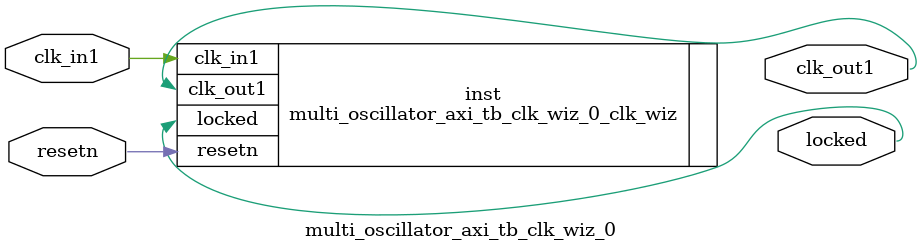
<source format=v>


`timescale 1ps/1ps

(* CORE_GENERATION_INFO = "multi_oscillator_axi_tb_clk_wiz_0,clk_wiz_v6_0_5_0_0,{component_name=multi_oscillator_axi_tb_clk_wiz_0,use_phase_alignment=true,use_min_o_jitter=false,use_max_i_jitter=false,use_dyn_phase_shift=false,use_inclk_switchover=false,use_dyn_reconfig=false,enable_axi=0,feedback_source=FDBK_AUTO,PRIMITIVE=MMCM,num_out_clk=1,clkin1_period=10.000,clkin2_period=10.000,use_power_down=false,use_reset=true,use_locked=true,use_inclk_stopped=false,feedback_type=SINGLE,CLOCK_MGR_TYPE=NA,manual_override=false}" *)

module multi_oscillator_axi_tb_clk_wiz_0 
 (
  // Clock out ports
  output        clk_out1,
  // Status and control signals
  input         resetn,
  output        locked,
 // Clock in ports
  input         clk_in1
 );

  multi_oscillator_axi_tb_clk_wiz_0_clk_wiz inst
  (
  // Clock out ports  
  .clk_out1(clk_out1),
  // Status and control signals               
  .resetn(resetn), 
  .locked(locked),
 // Clock in ports
  .clk_in1(clk_in1)
  );

endmodule

</source>
